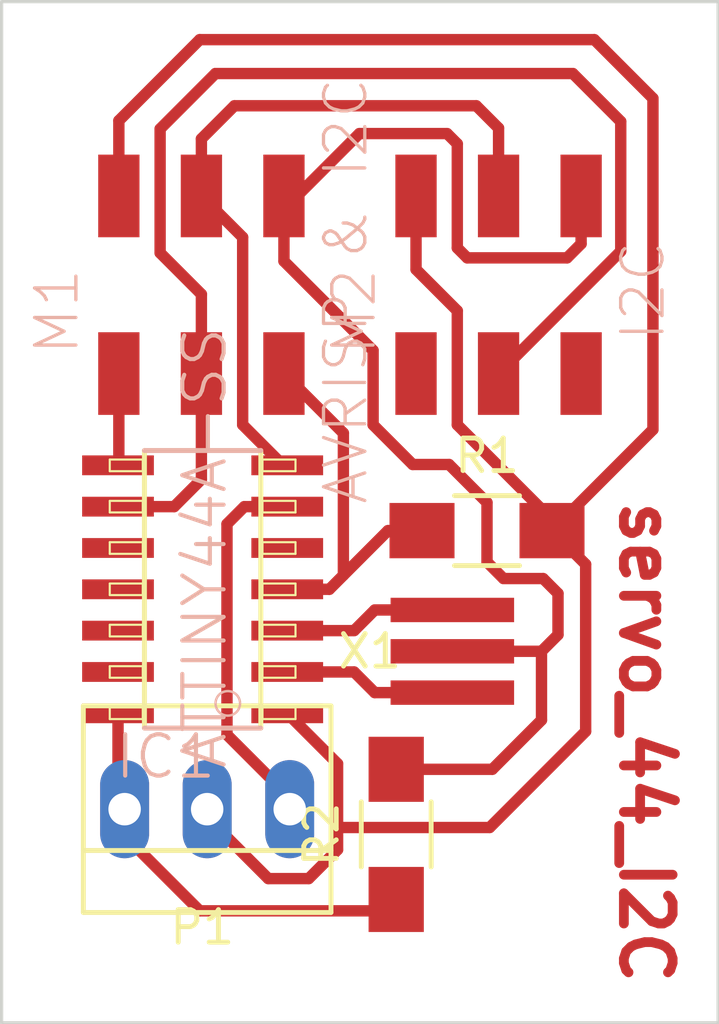
<source format=kicad_pcb>
(kicad_pcb (version 4) (host pcbnew 4.0.2-stable)

  (general
    (links 20)
    (no_connects 1)
    (area 135.535999 79.655999 177.138801 122.465301)
    (thickness 1.6)
    (drawings 10)
    (tracks 95)
    (zones 0)
    (modules 7)
    (nets 17)
  )

  (page A4)
  (layers
    (0 F.Cu signal)
    (31 B.Cu signal hide)
    (32 B.Adhes user hide)
    (33 F.Adhes user hide)
    (34 B.Paste user hide)
    (35 F.Paste user hide)
    (36 B.SilkS user hide)
    (37 F.SilkS user hide)
    (38 B.Mask user hide)
    (39 F.Mask user hide)
    (40 Dwgs.User user hide)
    (41 Cmts.User user hide)
    (42 Eco1.User user hide)
    (43 Eco2.User user hide)
    (44 Edge.Cuts user)
    (45 Margin user hide)
    (46 B.CrtYd user hide)
    (47 F.CrtYd user hide)
    (48 B.Fab user hide)
    (49 F.Fab user hide)
  )

  (setup
    (last_trace_width 0.35)
    (trace_clearance 0.2)
    (zone_clearance 0.508)
    (zone_45_only no)
    (trace_min 0.2)
    (segment_width 0.2)
    (edge_width 0.1)
    (via_size 0.6)
    (via_drill 0.4)
    (via_min_size 0.4)
    (via_min_drill 0.3)
    (uvia_size 0.3)
    (uvia_drill 0.1)
    (uvias_allowed no)
    (uvia_min_size 0.2)
    (uvia_min_drill 0.1)
    (pcb_text_width 0.3)
    (pcb_text_size 1.5 1.5)
    (mod_edge_width 0.15)
    (mod_text_size 1 1)
    (mod_text_width 0.15)
    (pad_size 2 1.7)
    (pad_drill 0)
    (pad_to_mask_clearance 0)
    (aux_axis_origin 0 0)
    (visible_elements FFFEFF7F)
    (pcbplotparams
      (layerselection 0x00030_80000001)
      (usegerberextensions false)
      (excludeedgelayer true)
      (linewidth 0.100000)
      (plotframeref false)
      (viasonmask false)
      (mode 1)
      (useauxorigin false)
      (hpglpennumber 1)
      (hpglpenspeed 20)
      (hpglpendiameter 15)
      (hpglpenoverlay 2)
      (psnegative false)
      (psa4output false)
      (plotreference true)
      (plotvalue true)
      (plotinvisibletext false)
      (padsonsilk false)
      (subtractmaskfromsilk false)
      (outputformat 1)
      (mirror false)
      (drillshape 1)
      (scaleselection 1)
      (outputdirectory ../))
  )

  (net 0 "")
  (net 1 +5V)
  (net 2 "Net-(IC1-Pad2)")
  (net 3 "Net-(IC1-Pad3)")
  (net 4 /PB3)
  (net 5 /PA6)
  (net 6 /PA5)
  (net 7 /PA4)
  (net 8 "Net-(IC1-Pad10)")
  (net 9 "Net-(IC1-Pad11)")
  (net 10 "Net-(IC1-Pad12)")
  (net 11 "Net-(IC1-Pad13)")
  (net 12 GND)
  (net 13 "Net-(IC1-Pad5)")
  (net 14 /PA7)
  (net 15 "Net-(M2-Pad1)")
  (net 16 "Net-(M2-Pad5)")

  (net_class Default "This is the default net class."
    (clearance 0.2)
    (trace_width 0.35)
    (via_dia 0.6)
    (via_drill 0.4)
    (uvia_dia 0.3)
    (uvia_drill 0.1)
    (add_net +5V)
    (add_net /PA4)
    (add_net /PA5)
    (add_net /PA6)
    (add_net /PA7)
    (add_net /PB3)
    (add_net GND)
    (add_net "Net-(IC1-Pad10)")
    (add_net "Net-(IC1-Pad11)")
    (add_net "Net-(IC1-Pad12)")
    (add_net "Net-(IC1-Pad13)")
    (add_net "Net-(IC1-Pad2)")
    (add_net "Net-(IC1-Pad3)")
    (add_net "Net-(IC1-Pad5)")
    (add_net "Net-(M2-Pad1)")
    (add_net "Net-(M2-Pad5)")
  )

  (module Resistors_SMD:R_1206_HandSoldering (layer F.Cu) (tedit 572DC187) (tstamp 572DBF55)
    (at 167.1828 116.6241 90)
    (descr "Resistor SMD 1206, hand soldering")
    (tags "resistor 1206")
    (path /572892C6)
    (attr smd)
    (fp_text reference R2 (at 0 -2.3 90) (layer F.SilkS)
      (effects (font (size 1 1) (thickness 0.15)))
    )
    (fp_text value 0 (at 0 2.3 90) (layer F.Fab)
      (effects (font (size 1 1) (thickness 0.15)))
    )
    (fp_line (start -3.3 -1.2) (end 3.3 -1.2) (layer F.CrtYd) (width 0.05))
    (fp_line (start -3.3 1.2) (end 3.3 1.2) (layer F.CrtYd) (width 0.05))
    (fp_line (start -3.3 -1.2) (end -3.3 1.2) (layer F.CrtYd) (width 0.05))
    (fp_line (start 3.3 -1.2) (end 3.3 1.2) (layer F.CrtYd) (width 0.05))
    (fp_line (start 1 1.075) (end -1 1.075) (layer F.SilkS) (width 0.15))
    (fp_line (start -1 -1.075) (end 1 -1.075) (layer F.SilkS) (width 0.15))
    (pad 2 smd rect (at -2 0 90) (size 2 1.7) (layers F.Cu F.Paste F.Mask)
      (net 12 GND))
    (pad 1 smd rect (at 2 0 90) (size 2 1.7) (layers F.Cu F.Paste F.Mask)
      (net 12 GND))
    (model Resistors_SMD.3dshapes/R_1206_HandSoldering.wrl
      (at (xyz 0 0 0))
      (scale (xyz 1 1 1))
      (rotate (xyz 0 0 0))
    )
  )

  (module fab:fab-SOIC14 (layer F.Cu) (tedit 200000) (tstamp 572DAB88)
    (at 161.2265 109.093 90)
    (descr "SMALL OUTLINE PACKAGE")
    (tags "SMALL OUTLINE PACKAGE")
    (path /5728A83D)
    (attr smd)
    (fp_text reference IC1 (at -5.1435 -1.143 180) (layer B.SilkS)
      (effects (font (size 1.27 1.27) (thickness 0.127)))
    )
    (fp_text value ATTINY44A-SS (at 1.27 0.0635 90) (layer B.SilkS)
      (effects (font (size 1.27 1.27) (thickness 0.127)))
    )
    (fp_line (start -3.9878 -1.8415) (end -3.62966 -1.8415) (layer F.SilkS) (width 0.06604))
    (fp_line (start -3.62966 -1.8415) (end -3.62966 -2.8575) (layer F.SilkS) (width 0.06604))
    (fp_line (start -3.9878 -2.8575) (end -3.62966 -2.8575) (layer F.SilkS) (width 0.06604))
    (fp_line (start -3.9878 -1.8415) (end -3.9878 -2.8575) (layer F.SilkS) (width 0.06604))
    (fp_line (start -2.7178 -1.8415) (end -2.3622 -1.8415) (layer F.SilkS) (width 0.06604))
    (fp_line (start -2.3622 -1.8415) (end -2.3622 -2.8575) (layer F.SilkS) (width 0.06604))
    (fp_line (start -2.7178 -2.8575) (end -2.3622 -2.8575) (layer F.SilkS) (width 0.06604))
    (fp_line (start -2.7178 -1.8415) (end -2.7178 -2.8575) (layer F.SilkS) (width 0.06604))
    (fp_line (start -1.4478 -1.8415) (end -1.08966 -1.8415) (layer F.SilkS) (width 0.06604))
    (fp_line (start -1.08966 -1.8415) (end -1.08966 -2.8575) (layer F.SilkS) (width 0.06604))
    (fp_line (start -1.4478 -2.8575) (end -1.08966 -2.8575) (layer F.SilkS) (width 0.06604))
    (fp_line (start -1.4478 -1.8415) (end -1.4478 -2.8575) (layer F.SilkS) (width 0.06604))
    (fp_line (start -0.1778 -1.8415) (end 0.1778 -1.8415) (layer F.SilkS) (width 0.06604))
    (fp_line (start 0.1778 -1.8415) (end 0.1778 -2.8575) (layer F.SilkS) (width 0.06604))
    (fp_line (start -0.1778 -2.8575) (end 0.1778 -2.8575) (layer F.SilkS) (width 0.06604))
    (fp_line (start -0.1778 -1.8415) (end -0.1778 -2.8575) (layer F.SilkS) (width 0.06604))
    (fp_line (start 1.08966 -1.8415) (end 1.4478 -1.8415) (layer F.SilkS) (width 0.06604))
    (fp_line (start 1.4478 -1.8415) (end 1.4478 -2.8575) (layer F.SilkS) (width 0.06604))
    (fp_line (start 1.08966 -2.8575) (end 1.4478 -2.8575) (layer F.SilkS) (width 0.06604))
    (fp_line (start 1.08966 -1.8415) (end 1.08966 -2.8575) (layer F.SilkS) (width 0.06604))
    (fp_line (start 2.3622 -1.8415) (end 2.7178 -1.8415) (layer F.SilkS) (width 0.06604))
    (fp_line (start 2.7178 -1.8415) (end 2.7178 -2.8575) (layer F.SilkS) (width 0.06604))
    (fp_line (start 2.3622 -2.8575) (end 2.7178 -2.8575) (layer F.SilkS) (width 0.06604))
    (fp_line (start 2.3622 -1.8415) (end 2.3622 -2.8575) (layer F.SilkS) (width 0.06604))
    (fp_line (start 3.62966 -1.8415) (end 3.9878 -1.8415) (layer F.SilkS) (width 0.06604))
    (fp_line (start 3.9878 -1.8415) (end 3.9878 -2.8575) (layer F.SilkS) (width 0.06604))
    (fp_line (start 3.62966 -2.8575) (end 3.9878 -2.8575) (layer F.SilkS) (width 0.06604))
    (fp_line (start 3.62966 -1.8415) (end 3.62966 -2.8575) (layer F.SilkS) (width 0.06604))
    (fp_line (start 3.62966 2.8575) (end 3.9878 2.8575) (layer F.SilkS) (width 0.06604))
    (fp_line (start 3.9878 2.8575) (end 3.9878 1.8415) (layer F.SilkS) (width 0.06604))
    (fp_line (start 3.62966 1.8415) (end 3.9878 1.8415) (layer F.SilkS) (width 0.06604))
    (fp_line (start 3.62966 2.8575) (end 3.62966 1.8415) (layer F.SilkS) (width 0.06604))
    (fp_line (start 2.3622 2.8575) (end 2.7178 2.8575) (layer F.SilkS) (width 0.06604))
    (fp_line (start 2.7178 2.8575) (end 2.7178 1.8415) (layer F.SilkS) (width 0.06604))
    (fp_line (start 2.3622 1.8415) (end 2.7178 1.8415) (layer F.SilkS) (width 0.06604))
    (fp_line (start 2.3622 2.8575) (end 2.3622 1.8415) (layer F.SilkS) (width 0.06604))
    (fp_line (start 1.08966 2.8575) (end 1.4478 2.8575) (layer F.SilkS) (width 0.06604))
    (fp_line (start 1.4478 2.8575) (end 1.4478 1.8415) (layer F.SilkS) (width 0.06604))
    (fp_line (start 1.08966 1.8415) (end 1.4478 1.8415) (layer F.SilkS) (width 0.06604))
    (fp_line (start 1.08966 2.8575) (end 1.08966 1.8415) (layer F.SilkS) (width 0.06604))
    (fp_line (start -0.1778 2.8575) (end 0.1778 2.8575) (layer F.SilkS) (width 0.06604))
    (fp_line (start 0.1778 2.8575) (end 0.1778 1.8415) (layer F.SilkS) (width 0.06604))
    (fp_line (start -0.1778 1.8415) (end 0.1778 1.8415) (layer F.SilkS) (width 0.06604))
    (fp_line (start -0.1778 2.8575) (end -0.1778 1.8415) (layer F.SilkS) (width 0.06604))
    (fp_line (start -1.4478 2.8575) (end -1.08966 2.8575) (layer F.SilkS) (width 0.06604))
    (fp_line (start -1.08966 2.8575) (end -1.08966 1.8415) (layer F.SilkS) (width 0.06604))
    (fp_line (start -1.4478 1.8415) (end -1.08966 1.8415) (layer F.SilkS) (width 0.06604))
    (fp_line (start -1.4478 2.8575) (end -1.4478 1.8415) (layer F.SilkS) (width 0.06604))
    (fp_line (start -2.7178 2.8575) (end -2.3622 2.8575) (layer F.SilkS) (width 0.06604))
    (fp_line (start -2.3622 2.8575) (end -2.3622 1.8415) (layer F.SilkS) (width 0.06604))
    (fp_line (start -2.7178 1.8415) (end -2.3622 1.8415) (layer F.SilkS) (width 0.06604))
    (fp_line (start -2.7178 2.8575) (end -2.7178 1.8415) (layer F.SilkS) (width 0.06604))
    (fp_line (start -3.9878 2.8575) (end -3.62966 2.8575) (layer F.SilkS) (width 0.06604))
    (fp_line (start -3.62966 2.8575) (end -3.62966 1.8415) (layer F.SilkS) (width 0.06604))
    (fp_line (start -3.9878 1.8415) (end -3.62966 1.8415) (layer F.SilkS) (width 0.06604))
    (fp_line (start -3.9878 2.8575) (end -3.9878 1.8415) (layer F.SilkS) (width 0.06604))
    (fp_line (start -4.26466 1.7907) (end 4.26466 1.7907) (layer F.SilkS) (width 0.1524))
    (fp_line (start 4.26466 1.7907) (end 4.26466 -1.7907) (layer B.SilkS) (width 0.1524))
    (fp_line (start 4.26466 -1.7907) (end -4.26466 -1.7907) (layer F.SilkS) (width 0.1524))
    (fp_line (start -4.26466 -1.7907) (end -4.26466 1.7907) (layer B.SilkS) (width 0.1524))
    (fp_circle (center -3.5052 0.7747) (end -3.7719 1.0414) (layer B.SilkS) (width 0.0762))
    (pad 1 smd rect (at -3.81 2.6035 90) (size 0.6096 2.20726) (layers F.Cu F.Paste F.Mask)
      (net 1 +5V))
    (pad 2 smd rect (at -2.54 2.6035 90) (size 0.6096 2.20726) (layers F.Cu F.Paste F.Mask)
      (net 2 "Net-(IC1-Pad2)"))
    (pad 3 smd rect (at -1.27 2.6035 90) (size 0.6096 2.20726) (layers F.Cu F.Paste F.Mask)
      (net 3 "Net-(IC1-Pad3)"))
    (pad 4 smd rect (at 0 2.6035 90) (size 0.6096 2.20726) (layers F.Cu F.Paste F.Mask)
      (net 4 /PB3))
    (pad 5 smd rect (at 1.27 2.6035 90) (size 0.6096 2.20726) (layers F.Cu F.Paste F.Mask)
      (net 13 "Net-(IC1-Pad5)"))
    (pad 6 smd rect (at 2.54 2.6035 90) (size 0.6096 2.20726) (layers F.Cu F.Paste F.Mask)
      (net 14 /PA7))
    (pad 7 smd rect (at 3.81 2.6035 90) (size 0.6096 2.20726) (layers F.Cu F.Paste F.Mask)
      (net 5 /PA6))
    (pad 8 smd rect (at 3.81 -2.6035 90) (size 0.6096 2.20726) (layers F.Cu F.Paste F.Mask)
      (net 6 /PA5))
    (pad 9 smd rect (at 2.54 -2.6035 90) (size 0.6096 2.20726) (layers F.Cu F.Paste F.Mask)
      (net 7 /PA4))
    (pad 10 smd rect (at 1.27 -2.6035 90) (size 0.6096 2.20726) (layers F.Cu F.Paste F.Mask)
      (net 8 "Net-(IC1-Pad10)"))
    (pad 11 smd rect (at 0 -2.6035 90) (size 0.6096 2.20726) (layers F.Cu F.Paste F.Mask)
      (net 9 "Net-(IC1-Pad11)"))
    (pad 12 smd rect (at -1.27 -2.6035 90) (size 0.6096 2.20726) (layers F.Cu F.Paste F.Mask)
      (net 10 "Net-(IC1-Pad12)"))
    (pad 13 smd rect (at -2.54 -2.6035 90) (size 0.6096 2.20726) (layers F.Cu F.Paste F.Mask)
      (net 11 "Net-(IC1-Pad13)"))
    (pad 14 smd rect (at -3.81 -2.6035 90) (size 0.6096 2.20726) (layers F.Cu F.Paste F.Mask)
      (net 12 GND))
  )

  (module fab:fab-2X03SMD (layer F.Cu) (tedit 200000) (tstamp 572DAB92)
    (at 161.1884 99.9236 90)
    (path /5728A1FA)
    (attr smd)
    (fp_text reference M1 (at -0.635 -4.445 90) (layer B.SilkS)
      (effects (font (size 1.27 1.27) (thickness 0.1016)))
    )
    (fp_text value "AVRISP & I2C" (at 0 4.445 90) (layer B.SilkS)
      (effects (font (size 1.27 1.27) (thickness 0.1016)))
    )
    (pad 1 smd rect (at -2.54 -2.54 90) (size 2.54 1.27) (layers F.Cu F.Paste F.Mask)
      (net 6 /PA5))
    (pad 2 smd rect (at 2.91846 -2.54 90) (size 2.54 1.27) (layers F.Cu F.Paste F.Mask)
      (net 1 +5V))
    (pad 3 smd rect (at -2.54 0 90) (size 2.54 1.27) (layers F.Cu F.Paste F.Mask)
      (net 7 /PA4))
    (pad 4 smd rect (at 2.91846 0 90) (size 2.54 1.27) (layers F.Cu F.Paste F.Mask)
      (net 5 /PA6))
    (pad 5 smd rect (at -2.54 2.54 90) (size 2.54 1.27) (layers F.Cu F.Paste F.Mask)
      (net 4 /PB3))
    (pad 6 smd rect (at 2.91846 2.54 90) (size 2.54 1.27) (layers F.Cu F.Paste F.Mask)
      (net 12 GND))
  )

  (module fab:fab-2X03SMD (layer F.Cu) (tedit 200000) (tstamp 572DAB9C)
    (at 170.3324 99.9236 90)
    (path /572DA12C)
    (attr smd)
    (fp_text reference M2 (at -0.635 -4.445 90) (layer B.SilkS)
      (effects (font (size 1.27 1.27) (thickness 0.1016)))
    )
    (fp_text value I2C (at 0 4.445 90) (layer B.SilkS)
      (effects (font (size 1.27 1.27) (thickness 0.1016)))
    )
    (pad 1 smd rect (at -2.54 -2.54 90) (size 2.54 1.27) (layers F.Cu F.Paste F.Mask)
      (net 15 "Net-(M2-Pad1)"))
    (pad 2 smd rect (at 2.91846 -2.54 90) (size 2.54 1.27) (layers F.Cu F.Paste F.Mask)
      (net 1 +5V))
    (pad 3 smd rect (at -2.54 0 90) (size 2.54 1.27) (layers F.Cu F.Paste F.Mask)
      (net 7 /PA4))
    (pad 4 smd rect (at 2.91846 0 90) (size 2.54 1.27) (layers F.Cu F.Paste F.Mask)
      (net 5 /PA6))
    (pad 5 smd rect (at -2.54 2.54 90) (size 2.54 1.27) (layers F.Cu F.Paste F.Mask)
      (net 16 "Net-(M2-Pad5)"))
    (pad 6 smd rect (at 2.91846 2.54 90) (size 2.54 1.27) (layers F.Cu F.Paste F.Mask)
      (net 12 GND))
  )

  (module Connect:PINHEAD1-3 (layer F.Cu) (tedit 572DB8F0) (tstamp 572DABA3)
    (at 161.3662 115.8494 180)
    (path /5728A29E)
    (attr virtual)
    (fp_text reference P1 (at 0.1524 -3.6322 180) (layer F.SilkS)
      (effects (font (size 1 1) (thickness 0.15)))
    )
    (fp_text value CONN_01X03 (at 0 3.81 180) (layer F.Fab)
      (effects (font (size 1 1) (thickness 0.15)))
    )
    (fp_line (start -3.81 -3.175) (end -3.81 3.175) (layer F.SilkS) (width 0.15))
    (fp_line (start 3.81 -3.175) (end 3.81 3.175) (layer F.SilkS) (width 0.15))
    (fp_line (start 3.81 -1.27) (end -3.81 -1.27) (layer F.SilkS) (width 0.15))
    (fp_line (start -3.81 -3.175) (end 3.81 -3.175) (layer F.SilkS) (width 0.15))
    (fp_line (start 3.81 3.175) (end -3.81 3.175) (layer F.SilkS) (width 0.15))
    (pad 1 thru_hole oval (at -2.54 0 180) (size 1.50622 3.01498) (drill 0.99822) (layers *.Cu *.Mask)
      (net 14 /PA7))
    (pad 2 thru_hole oval (at 0 0 180) (size 1.50622 3.01498) (drill 0.99822) (layers *.Cu *.Mask)
      (net 1 +5V))
    (pad 3 thru_hole oval (at 2.54 0 180) (size 1.50622 3.01498) (drill 0.99822) (layers *.Cu *.Mask)
      (net 12 GND))
  )

  (module Resistors_SMD:R_1206_HandSoldering (layer F.Cu) (tedit 572DAC16) (tstamp 572DABA9)
    (at 169.9768 107.2896)
    (descr "Resistor SMD 1206, hand soldering")
    (tags "resistor 1206")
    (path /572892C6)
    (attr smd)
    (fp_text reference R1 (at 0 -2.3) (layer F.SilkS)
      (effects (font (size 1 1) (thickness 0.15)))
    )
    (fp_text value 10k (at 0 2.3) (layer F.Fab)
      (effects (font (size 1 1) (thickness 0.15)))
    )
    (fp_line (start -3.3 -1.2) (end 3.3 -1.2) (layer F.CrtYd) (width 0.05))
    (fp_line (start -3.3 1.2) (end 3.3 1.2) (layer F.CrtYd) (width 0.05))
    (fp_line (start -3.3 -1.2) (end -3.3 1.2) (layer F.CrtYd) (width 0.05))
    (fp_line (start 3.3 -1.2) (end 3.3 1.2) (layer F.CrtYd) (width 0.05))
    (fp_line (start 1 1.075) (end -1 1.075) (layer F.SilkS) (width 0.15))
    (fp_line (start -1 -1.075) (end 1 -1.075) (layer F.SilkS) (width 0.15))
    (pad 1 smd rect (at -2 0) (size 2 1.7) (layers F.Cu F.Paste F.Mask)
      (net 4 /PB3))
    (pad 2 smd rect (at 2 0) (size 2 1.7) (layers F.Cu F.Paste F.Mask)
      (net 1 +5V))
    (model Resistors_SMD.3dshapes/R_1206_HandSoldering.wrl
      (at (xyz 0 0 0))
      (scale (xyz 1 1 1))
      (rotate (xyz 0 0 0))
    )
  )

  (module fablab-noninventory:Crystal_XC1109CT-ND (layer F.Cu) (tedit 572DAE58) (tstamp 572DABB0)
    (at 168.91 110.998 90)
    (path /5728A4CF)
    (fp_text reference X1 (at 0 -2.54 180) (layer F.SilkS)
      (effects (font (size 1 1) (thickness 0.15)))
    )
    (fp_text value CRYSTAL_SMD (at 0 -3.81 90) (layer F.Fab)
      (effects (font (size 1 1) (thickness 0.15)))
    )
    (pad 2 smd rect (at 0 0 90) (size 0.75 3.8) (layers F.Cu F.Paste F.Mask)
      (net 12 GND))
    (pad 1 smd rect (at 1.27 0 90) (size 0.75 3.8) (layers F.Cu F.Paste F.Mask)
      (net 3 "Net-(IC1-Pad3)"))
    (pad 3 smd rect (at -1.27 0 90) (size 0.75 3.8) (layers F.Cu F.Paste F.Mask)
      (net 2 "Net-(IC1-Pad2)"))
  )

  (gr_line (start 155.0416 91.0336) (end 155.0416 91.1225) (angle 90) (layer Edge.Cuts) (width 0.1))
  (gr_line (start 177.0888 91.0336) (end 155.0416 91.0336) (angle 90) (layer Edge.Cuts) (width 0.1))
  (gr_line (start 177.0888 122.4153) (end 177.0888 91.0336) (angle 90) (layer Edge.Cuts) (width 0.1))
  (gr_line (start 155.0416 122.4153) (end 177.0888 122.4153) (angle 90) (layer Edge.Cuts) (width 0.1))
  (gr_line (start 155.0416 91.1225) (end 155.0416 122.4153) (angle 90) (layer Edge.Cuts) (width 0.1))
  (gr_text servo_44_I2C (at 174.8663 113.792 270) (layer F.Cu)
    (effects (font (size 1.5 1.5) (thickness 0.3)))
  )
  (gr_line (start 135.636 79.756) (end 159.766 79.756) (angle 90) (layer Eco1.User) (width 0.2))
  (gr_line (start 135.636 105.41) (end 135.636 79.756) (angle 90) (layer Eco1.User) (width 0.2))
  (gr_line (start 159.766 105.41) (end 135.636 105.41) (angle 90) (layer Eco1.User) (width 0.2))
  (gr_line (start 159.766 79.756) (end 159.766 105.41) (angle 90) (layer Eco1.User) (width 0.2))

  (segment (start 165.3794 116.41328) (end 170.05808 116.41328) (width 0.35) (layer F.Cu) (net 1))
  (segment (start 173.0121 108.3249) (end 171.9768 107.2896) (width 0.35) (layer F.Cu) (net 1) (tstamp 572DC152))
  (segment (start 173.0121 113.45926) (end 173.0121 108.3249) (width 0.35) (layer F.Cu) (net 1) (tstamp 572DC14C))
  (segment (start 170.05808 116.41328) (end 173.0121 113.45926) (width 0.35) (layer F.Cu) (net 1) (tstamp 572DC148))
  (segment (start 161.3662 115.8494) (end 161.3662 116.1034) (width 0.35) (layer F.Cu) (net 1))
  (segment (start 161.3662 116.1034) (end 163.2458 117.983) (width 0.35) (layer F.Cu) (net 1) (tstamp 572DBC91))
  (segment (start 163.2458 117.983) (end 164.4904 117.983) (width 0.35) (layer F.Cu) (net 1) (tstamp 572DBC95))
  (segment (start 164.4904 117.983) (end 165.3794 117.094) (width 0.35) (layer F.Cu) (net 1) (tstamp 572DBC9C))
  (segment (start 165.3794 117.094) (end 165.3794 116.41328) (width 0.35) (layer F.Cu) (net 1) (tstamp 572DBC9E))
  (segment (start 165.3794 116.41328) (end 165.3794 114.4524) (width 0.35) (layer F.Cu) (net 1) (tstamp 572DC146))
  (segment (start 165.3794 114.4524) (end 163.83 112.903) (width 0.35) (layer F.Cu) (net 1) (tstamp 572DBCA1))
  (segment (start 158.6484 97.00514) (end 158.6484 94.6912) (width 0.35) (layer F.Cu) (net 1))
  (segment (start 158.6484 94.6912) (end 161.1376 92.202) (width 0.35) (layer F.Cu) (net 1) (tstamp 572DB586))
  (segment (start 161.1376 92.202) (end 173.2788 92.202) (width 0.35) (layer F.Cu) (net 1) (tstamp 572DB588))
  (segment (start 173.2788 92.202) (end 175.0822 94.0054) (width 0.35) (layer F.Cu) (net 1) (tstamp 572DB58A))
  (segment (start 175.0822 94.0054) (end 175.0822 104.1842) (width 0.35) (layer F.Cu) (net 1) (tstamp 572DB58C))
  (segment (start 175.0822 104.1842) (end 171.9768 107.2896) (width 0.35) (layer F.Cu) (net 1) (tstamp 572DB590))
  (segment (start 167.7924 97.00514) (end 167.7924 99.2632) (width 0.35) (layer F.Cu) (net 1))
  (segment (start 169.0624 104.0384) (end 171.9768 106.9528) (width 0.35) (layer F.Cu) (net 1) (tstamp 572DB166))
  (segment (start 169.0624 100.5332) (end 169.0624 104.0384) (width 0.35) (layer F.Cu) (net 1) (tstamp 572DB164))
  (segment (start 167.7924 99.2632) (end 169.0624 100.5332) (width 0.35) (layer F.Cu) (net 1) (tstamp 572DB161))
  (segment (start 171.9768 106.9528) (end 171.9768 107.2896) (width 0.35) (layer F.Cu) (net 1) (tstamp 572DB177))
  (segment (start 167.7924 97.00514) (end 167.45966 97.00514) (width 0.35) (layer F.Cu) (net 1))
  (segment (start 163.83 111.633) (end 165.8874 111.633) (width 0.35) (layer F.Cu) (net 2))
  (segment (start 166.5224 112.268) (end 168.91 112.268) (width 0.35) (layer F.Cu) (net 2) (tstamp 572DAF92))
  (segment (start 165.8874 111.633) (end 166.5224 112.268) (width 0.35) (layer F.Cu) (net 2) (tstamp 572DAF91))
  (segment (start 168.91 109.728) (end 166.5224 109.728) (width 0.35) (layer F.Cu) (net 3))
  (segment (start 165.8874 110.363) (end 163.83 110.363) (width 0.35) (layer F.Cu) (net 3) (tstamp 572DAF8E))
  (segment (start 166.5224 109.728) (end 165.8874 110.363) (width 0.35) (layer F.Cu) (net 3) (tstamp 572DAF8D))
  (segment (start 167.9768 107.2896) (end 166.9288 107.2896) (width 0.35) (layer F.Cu) (net 4))
  (segment (start 166.9288 107.2896) (end 165.5572 108.6612) (width 0.35) (layer F.Cu) (net 4) (tstamp 572DB0FE))
  (segment (start 165.5572 104.2924) (end 165.5572 108.6612) (width 0.35) (layer F.Cu) (net 4))
  (segment (start 165.1254 109.093) (end 165.5572 108.6612) (width 0.35) (layer F.Cu) (net 4) (tstamp 572DAFB3))
  (segment (start 163.7284 102.4636) (end 165.5572 104.2924) (width 0.35) (layer F.Cu) (net 4) (tstamp 572DAFB5))
  (segment (start 165.1254 109.093) (end 163.83 109.093) (width 0.35) (layer F.Cu) (net 4))
  (segment (start 161.1884 97.00514) (end 161.1884 95.25) (width 0.35) (layer F.Cu) (net 5))
  (segment (start 170.3324 94.9198) (end 170.3324 97.00514) (width 0.35) (layer F.Cu) (net 5) (tstamp 572DB495))
  (segment (start 169.6466 94.234) (end 170.3324 94.9198) (width 0.35) (layer F.Cu) (net 5) (tstamp 572DB492))
  (segment (start 162.2044 94.234) (end 169.6466 94.234) (width 0.35) (layer F.Cu) (net 5) (tstamp 572DB48B))
  (segment (start 161.1884 95.25) (end 162.2044 94.234) (width 0.35) (layer F.Cu) (net 5) (tstamp 572DB488))
  (segment (start 163.83 105.283) (end 163.703 105.283) (width 0.35) (layer F.Cu) (net 5))
  (segment (start 163.703 105.283) (end 162.4584 104.0384) (width 0.35) (layer F.Cu) (net 5) (tstamp 572DAFBD))
  (segment (start 162.4584 104.0384) (end 162.4584 98.27514) (width 0.35) (layer F.Cu) (net 5) (tstamp 572DAFBE))
  (segment (start 162.4584 98.27514) (end 161.1884 97.00514) (width 0.35) (layer F.Cu) (net 5) (tstamp 572DAFBF))
  (segment (start 158.6484 102.4636) (end 158.6484 105.2576) (width 0.35) (layer F.Cu) (net 6))
  (segment (start 158.6484 105.2576) (end 158.623 105.283) (width 0.35) (layer F.Cu) (net 6) (tstamp 572DAFAC))
  (segment (start 159.9184 98.7552) (end 159.9184 94.9452) (width 0.35) (layer F.Cu) (net 7))
  (segment (start 174.0916 94.7166) (end 174.0916 98.7044) (width 0.35) (layer F.Cu) (net 7) (tstamp 572DB460))
  (segment (start 174.0916 98.7044) (end 171.6024 101.1936) (width 0.35) (layer F.Cu) (net 7) (tstamp 572DB461))
  (segment (start 161.1884 102.4636) (end 161.1884 100.0252) (width 0.35) (layer F.Cu) (net 7))
  (segment (start 171.6024 101.1936) (end 170.3324 102.4636) (width 0.35) (layer F.Cu) (net 7) (tstamp 572DAFCB))
  (segment (start 161.1884 100.0252) (end 159.9184 98.7552) (width 0.35) (layer F.Cu) (net 7) (tstamp 572DAFC2))
  (segment (start 172.6184 93.2434) (end 174.0916 94.7166) (width 0.35) (layer F.Cu) (net 7) (tstamp 572DB4D4))
  (segment (start 161.6202 93.2434) (end 172.6184 93.2434) (width 0.35) (layer F.Cu) (net 7) (tstamp 572DB4CB))
  (segment (start 159.9184 94.9452) (end 161.6202 93.2434) (width 0.35) (layer F.Cu) (net 7) (tstamp 572DB4C2))
  (segment (start 161.1884 102.4636) (end 161.1884 105.7148) (width 0.35) (layer F.Cu) (net 7))
  (segment (start 160.3502 106.553) (end 158.623 106.553) (width 0.35) (layer F.Cu) (net 7) (tstamp 572DAFB0))
  (segment (start 161.1884 105.7148) (end 160.3502 106.553) (width 0.35) (layer F.Cu) (net 7) (tstamp 572DAFAF))
  (segment (start 167.1828 114.6241) (end 170.14038 114.6241) (width 0.35) (layer F.Cu) (net 12))
  (segment (start 171.6532 113.11128) (end 171.6532 110.998) (width 0.35) (layer F.Cu) (net 12) (tstamp 572DC13B))
  (segment (start 170.14038 114.6241) (end 171.6532 113.11128) (width 0.35) (layer F.Cu) (net 12) (tstamp 572DC135))
  (segment (start 158.8262 115.8494) (end 158.8262 116.6622) (width 0.35) (layer F.Cu) (net 12))
  (segment (start 158.8262 116.6622) (end 161.1376 118.9736) (width 0.35) (layer F.Cu) (net 12) (tstamp 572DC126))
  (segment (start 161.1376 118.9736) (end 166.8333 118.9736) (width 0.35) (layer F.Cu) (net 12) (tstamp 572DC12C))
  (segment (start 166.8333 118.9736) (end 167.1828 118.6241) (width 0.35) (layer F.Cu) (net 12) (tstamp 572DC132))
  (segment (start 158.8262 115.8494) (end 158.8262 116.7638) (width 0.35) (layer F.Cu) (net 12))
  (segment (start 158.623 112.903) (end 158.623 115.6462) (width 0.35) (layer F.Cu) (net 12))
  (segment (start 158.623 115.6462) (end 158.8262 115.8494) (width 0.35) (layer F.Cu) (net 12) (tstamp 572DBC7A))
  (segment (start 163.7284 97.00514) (end 164.13226 97.00514) (width 0.35) (layer F.Cu) (net 12))
  (segment (start 164.13226 97.00514) (end 166.048598 95.088802) (width 0.35) (layer F.Cu) (net 12) (tstamp 572DB465))
  (segment (start 172.8724 98.4758) (end 172.8724 97.00514) (width 0.35) (layer F.Cu) (net 12) (tstamp 572DB477))
  (segment (start 172.4406 98.9076) (end 172.8724 98.4758) (width 0.35) (layer F.Cu) (net 12) (tstamp 572DB473))
  (segment (start 169.3672 98.9076) (end 172.4406 98.9076) (width 0.35) (layer F.Cu) (net 12) (tstamp 572DB46F))
  (segment (start 169.0624 98.6028) (end 169.3672 98.9076) (width 0.35) (layer F.Cu) (net 12) (tstamp 572DB46B))
  (segment (start 169.0624 95.4024) (end 169.0624 98.6028) (width 0.35) (layer F.Cu) (net 12) (tstamp 572DB469))
  (segment (start 168.748802 95.088802) (end 169.0624 95.4024) (width 0.35) (layer F.Cu) (net 12) (tstamp 572DB468))
  (segment (start 166.048598 95.088802) (end 168.748802 95.088802) (width 0.35) (layer F.Cu) (net 12) (tstamp 572DB466))
  (segment (start 169.9768 108.2548) (end 169.9768 106.426) (width 0.35) (layer F.Cu) (net 12))
  (segment (start 163.7284 99.0092) (end 166.4716 101.7524) (width 0.35) (layer F.Cu) (net 12) (tstamp 572DB08B))
  (segment (start 166.4716 101.7524) (end 166.4716 104.0384) (width 0.35) (layer F.Cu) (net 12) (tstamp 572DB099))
  (segment (start 169.9768 108.2548) (end 170.4848 108.7628) (width 0.35) (layer F.Cu) (net 12) (tstamp 572DB0B6))
  (segment (start 170.4848 108.7628) (end 171.704 108.7628) (width 0.35) (layer F.Cu) (net 12) (tstamp 572DB0BD))
  (segment (start 171.704 108.7628) (end 172.1612 109.22) (width 0.35) (layer F.Cu) (net 12) (tstamp 572DB0C3))
  (segment (start 172.1612 109.22) (end 172.1612 110.49) (width 0.35) (layer F.Cu) (net 12) (tstamp 572DB0C8))
  (segment (start 172.1612 110.49) (end 171.6532 110.998) (width 0.35) (layer F.Cu) (net 12) (tstamp 572DB0CC))
  (segment (start 168.91 110.998) (end 171.6532 110.998) (width 0.35) (layer F.Cu) (net 12) (tstamp 572DB0CF))
  (segment (start 163.7284 99.0092) (end 163.7284 97.00514) (width 0.35) (layer F.Cu) (net 12))
  (segment (start 167.6908 105.2576) (end 166.4716 104.0384) (width 0.35) (layer F.Cu) (net 12) (tstamp 572DB0F7))
  (segment (start 168.8084 105.2576) (end 167.6908 105.2576) (width 0.35) (layer F.Cu) (net 12) (tstamp 572DB0F1))
  (segment (start 169.9768 106.426) (end 168.8084 105.2576) (width 0.35) (layer F.Cu) (net 12) (tstamp 572DB0EC))
  (segment (start 163.9062 115.8494) (end 163.9062 115.4938) (width 0.35) (layer F.Cu) (net 14))
  (segment (start 163.9062 115.4938) (end 161.9758 113.5634) (width 0.35) (layer F.Cu) (net 14) (tstamp 572DBC7D))
  (segment (start 161.9758 113.5634) (end 161.9758 107.0864) (width 0.35) (layer F.Cu) (net 14) (tstamp 572DBC7E))
  (segment (start 161.9758 107.0864) (end 162.5092 106.553) (width 0.35) (layer F.Cu) (net 14) (tstamp 572DBC84))
  (segment (start 162.5092 106.553) (end 163.83 106.553) (width 0.35) (layer F.Cu) (net 14) (tstamp 572DBC8B))

)

</source>
